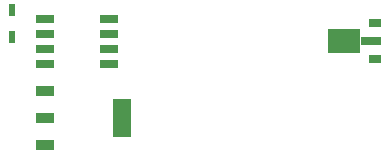
<source format=gbr>
%TF.GenerationSoftware,KiCad,Pcbnew,(6.0.6)*%
%TF.CreationDate,2023-09-23T12:19:06+03:00*%
%TF.ProjectId,leds_rme,6c656473-fc72-46d6-952e-6b696361645f,rev?*%
%TF.SameCoordinates,Original*%
%TF.FileFunction,Paste,Top*%
%TF.FilePolarity,Positive*%
%FSLAX46Y46*%
G04 Gerber Fmt 4.6, Leading zero omitted, Abs format (unit mm)*
G04 Created by KiCad (PCBNEW (6.0.6)) date 2023-09-23 12:19:06*
%MOMM*%
%LPD*%
G01*
G04 APERTURE LIST*
%ADD10R,0.500000X1.050000*%
%ADD11R,1.550000X0.650000*%
%ADD12R,1.500000X0.900000*%
%ADD13R,1.500000X3.200000*%
%ADD14R,1.100000X0.700000*%
%ADD15R,1.800000X0.700000*%
%ADD16R,2.800000X2.000000*%
G04 APERTURE END LIST*
D10*
%TO.C,D1*%
X50000000Y-50138000D03*
X50000000Y-47862000D03*
%TD*%
D11*
%TO.C,IC1*%
X52775000Y-48595000D03*
X52775000Y-49865000D03*
X52775000Y-51135000D03*
X52775000Y-52405000D03*
X58225000Y-52405000D03*
X58225000Y-51135000D03*
X58225000Y-49865000D03*
X58225000Y-48595000D03*
%TD*%
D12*
%TO.C,IC2*%
X52750000Y-54700000D03*
X52750000Y-57000000D03*
X52750000Y-59300000D03*
D13*
X59250000Y-57000000D03*
%TD*%
D14*
%TO.C,Q1*%
X80750000Y-49000000D03*
D15*
X80400000Y-50500000D03*
D14*
X80750000Y-52000000D03*
D16*
X78100000Y-50500000D03*
%TD*%
M02*

</source>
